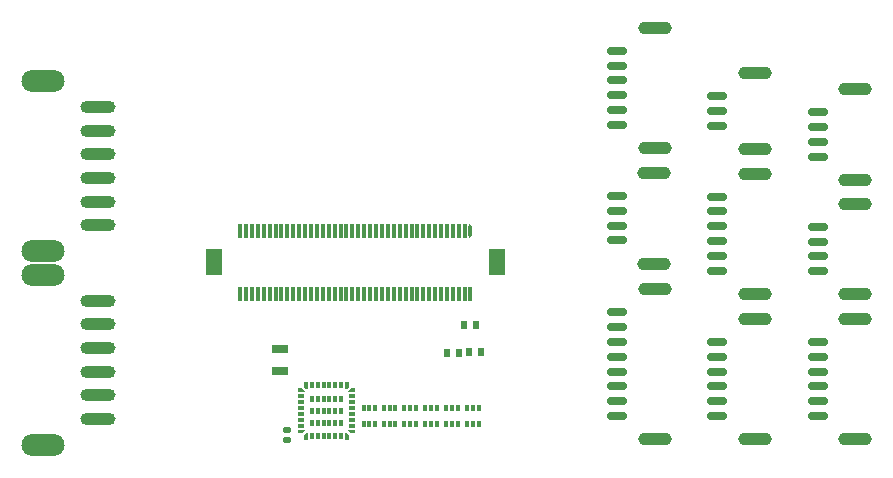
<source format=gtp>
G04 Layer_Color=8421504*
%FSLAX42Y42*%
%MOMM*%
G71*
G01*
G75*
%ADD87R,0.30X0.60*%
%ADD88R,0.60X0.30*%
%ADD89R,0.30X0.60*%
%ADD90R,0.00X0.00*%
%ADD91R,0.35X0.50*%
%ADD92R,0.30X1.17*%
%ADD93R,1.47X2.16*%
G04:AMPARAMS|DCode=94|XSize=0.3mm|YSize=1.17mm|CornerRadius=0.15mm|HoleSize=0mm|Usage=FLASHONLY|Rotation=0.000|XOffset=0mm|YOffset=0mm|HoleType=Round|Shape=RoundedRectangle|*
%AMROUNDEDRECTD94*
21,1,0.30,0.86,0,0,0.0*
21,1,0.00,1.17,0,0,0.0*
1,1,0.30,0.00,-0.43*
1,1,0.30,0.00,-0.43*
1,1,0.30,0.00,0.43*
1,1,0.30,0.00,0.43*
%
%ADD94ROUNDEDRECTD94*%
G04:AMPARAMS|DCode=95|XSize=2.87mm|YSize=1.07mm|CornerRadius=0.53mm|HoleSize=0mm|Usage=FLASHONLY|Rotation=180.000|XOffset=0mm|YOffset=0mm|HoleType=Round|Shape=RoundedRectangle|*
%AMROUNDEDRECTD95*
21,1,2.87,0.00,0,0,180.0*
21,1,1.80,1.07,0,0,180.0*
1,1,1.07,-0.90,0.00*
1,1,1.07,0.90,0.00*
1,1,1.07,0.90,0.00*
1,1,1.07,-0.90,0.00*
%
%ADD95ROUNDEDRECTD95*%
G04:AMPARAMS|DCode=96|XSize=0.66mm|YSize=1.75mm|CornerRadius=0.33mm|HoleSize=0mm|Usage=FLASHONLY|Rotation=90.000|XOffset=0mm|YOffset=0mm|HoleType=Round|Shape=RoundedRectangle|*
%AMROUNDEDRECTD96*
21,1,0.66,1.09,0,0,90.0*
21,1,0.00,1.75,0,0,90.0*
1,1,0.66,0.55,0.00*
1,1,0.66,0.55,0.00*
1,1,0.66,-0.55,0.00*
1,1,0.66,-0.55,0.00*
%
%ADD96ROUNDEDRECTD96*%
G04:AMPARAMS|DCode=97|XSize=1.07mm|YSize=2.97mm|CornerRadius=0.53mm|HoleSize=0mm|Usage=FLASHONLY|Rotation=270.000|XOffset=0mm|YOffset=0mm|HoleType=Round|Shape=RoundedRectangle|*
%AMROUNDEDRECTD97*
21,1,1.07,1.91,0,0,270.0*
21,1,0.00,2.97,0,0,270.0*
1,1,1.07,-0.95,0.00*
1,1,1.07,-0.95,0.00*
1,1,1.07,0.95,0.00*
1,1,1.07,0.95,0.00*
%
%ADD97ROUNDEDRECTD97*%
G04:AMPARAMS|DCode=98|XSize=3.66mm|YSize=1.85mm|CornerRadius=0.93mm|HoleSize=0mm|Usage=FLASHONLY|Rotation=0.000|XOffset=0mm|YOffset=0mm|HoleType=Round|Shape=RoundedRectangle|*
%AMROUNDEDRECTD98*
21,1,3.66,0.00,0,0,0.0*
21,1,1.80,1.85,0,0,0.0*
1,1,1.85,0.90,0.00*
1,1,1.85,-0.90,0.00*
1,1,1.85,-0.90,0.00*
1,1,1.85,0.90,0.00*
%
%ADD98ROUNDEDRECTD98*%
%ADD99R,1.37X0.76*%
%ADD100R,0.56X0.66*%
G04:AMPARAMS|DCode=101|XSize=0.56mm|YSize=0.66mm|CornerRadius=0.15mm|HoleSize=0mm|Usage=FLASHONLY|Rotation=270.000|XOffset=0mm|YOffset=0mm|HoleType=Round|Shape=RoundedRectangle|*
%AMROUNDEDRECTD101*
21,1,0.56,0.36,0,0,270.0*
21,1,0.25,0.66,0,0,270.0*
1,1,0.30,-0.18,-0.13*
1,1,0.30,-0.18,0.13*
1,1,0.30,0.18,0.13*
1,1,0.30,0.18,-0.13*
%
%ADD101ROUNDEDRECTD101*%
G36*
X5741Y2769D02*
Y2759D01*
X5721Y2739D01*
X5681D01*
Y2769D01*
X5741Y2769D01*
D02*
G37*
G36*
X6171Y2739D02*
X6131D01*
X6111Y2759D01*
Y2769D01*
X6171Y2769D01*
Y2739D01*
D02*
G37*
G36*
X5766Y2684D02*
X5736D01*
Y2724D01*
X5756Y2744D01*
X5766D01*
X5766Y2684D01*
D02*
G37*
G36*
X6116Y2724D02*
X6116Y2684D01*
X6086D01*
X6086Y2744D01*
X6096D01*
X6116Y2724D01*
D02*
G37*
G36*
X5766Y3114D02*
X5756D01*
X5736Y3134D01*
Y3174D01*
X5766D01*
X5766Y3114D01*
D02*
G37*
G36*
X6116Y3134D02*
X6096Y3114D01*
X6086D01*
X6086Y3174D01*
X6116D01*
Y3134D01*
D02*
G37*
G36*
X5741Y3099D02*
Y3089D01*
X5681Y3089D01*
Y3119D01*
X5721D01*
X5741Y3099D01*
D02*
G37*
G36*
X6171Y3089D02*
X6111Y3089D01*
Y3099D01*
X6131Y3119D01*
X6171D01*
Y3089D01*
D02*
G37*
D87*
X6051Y2929D02*
D03*
X6051Y3029D02*
D03*
X6051Y2829D02*
D03*
X6001Y2929D02*
D03*
Y2829D02*
D03*
X6001Y3029D02*
D03*
X5851Y2929D02*
D03*
Y3029D02*
D03*
X5851Y2829D02*
D03*
X5801Y2929D02*
D03*
X5801Y2829D02*
D03*
X5801Y3029D02*
D03*
X5901Y3029D02*
D03*
X5901Y2829D02*
D03*
X5901Y2929D02*
D03*
X5951Y2829D02*
D03*
X5951Y3029D02*
D03*
X5951Y2929D02*
D03*
D88*
X6141Y3054D02*
D03*
X6141Y3004D02*
D03*
X6141Y2954D02*
D03*
X6141Y2904D02*
D03*
X6141Y2854D02*
D03*
Y2804D02*
D03*
X5711Y3054D02*
D03*
X5711Y3004D02*
D03*
X5711Y2954D02*
D03*
X5711Y2904D02*
D03*
X5711Y2854D02*
D03*
Y2804D02*
D03*
D89*
X6051Y3144D02*
D03*
X6001Y3144D02*
D03*
X5951Y3144D02*
D03*
X5901Y3144D02*
D03*
X5851Y3144D02*
D03*
X5801D02*
D03*
X5801Y2714D02*
D03*
X5851D02*
D03*
X5901D02*
D03*
X5951Y2714D02*
D03*
X6001Y2714D02*
D03*
X6051D02*
D03*
D90*
X5926Y2929D02*
D03*
D91*
X6340Y2950D02*
D03*
X6290D02*
D03*
X6240D02*
D03*
X6340Y2815D02*
D03*
X6290D02*
D03*
X6240D02*
D03*
X7040Y2950D02*
D03*
X6990D02*
D03*
X6940D02*
D03*
X7040Y2815D02*
D03*
X6990D02*
D03*
X6940D02*
D03*
X6860Y2950D02*
D03*
X6810D02*
D03*
X6760D02*
D03*
X6860Y2815D02*
D03*
X6810D02*
D03*
X6760D02*
D03*
X7220Y2950D02*
D03*
X7170D02*
D03*
X7120D02*
D03*
X7220Y2815D02*
D03*
X7170D02*
D03*
X7120D02*
D03*
X6680Y2950D02*
D03*
X6630D02*
D03*
X6580D02*
D03*
X6680Y2815D02*
D03*
X6630D02*
D03*
X6580D02*
D03*
X6510Y2950D02*
D03*
X6460D02*
D03*
X6410D02*
D03*
X6510Y2815D02*
D03*
X6460D02*
D03*
X6410D02*
D03*
D92*
X5195Y3921D02*
D03*
Y4453D02*
D03*
X5245Y3921D02*
D03*
Y4453D02*
D03*
X5295Y3921D02*
D03*
Y4453D02*
D03*
X5345Y3921D02*
D03*
Y4453D02*
D03*
X5395Y3921D02*
D03*
Y4453D02*
D03*
X5445Y3921D02*
D03*
Y4453D02*
D03*
X5495Y3921D02*
D03*
Y4453D02*
D03*
X5545Y3921D02*
D03*
Y4453D02*
D03*
X5595Y3921D02*
D03*
Y4453D02*
D03*
X5645Y3921D02*
D03*
Y4453D02*
D03*
X5695Y3921D02*
D03*
X5745D02*
D03*
X5795D02*
D03*
X5845D02*
D03*
X5895D02*
D03*
X5945D02*
D03*
X5995D02*
D03*
X6045D02*
D03*
X6095D02*
D03*
X6145D02*
D03*
X6195D02*
D03*
X6246D02*
D03*
X6297D02*
D03*
X6345D02*
D03*
X6396D02*
D03*
X6447D02*
D03*
X6495D02*
D03*
X6546D02*
D03*
X6596D02*
D03*
X6647D02*
D03*
X6695D02*
D03*
X6746D02*
D03*
X6797D02*
D03*
X6845D02*
D03*
X6896D02*
D03*
X6947D02*
D03*
X6995D02*
D03*
X7046D02*
D03*
X7097D02*
D03*
X7145D02*
D03*
X5695Y4453D02*
D03*
X5745D02*
D03*
X5795D02*
D03*
X5845D02*
D03*
X5895D02*
D03*
X5945D02*
D03*
X5995D02*
D03*
X6045D02*
D03*
X6095D02*
D03*
X6145D02*
D03*
X6195D02*
D03*
X6246D02*
D03*
X6297D02*
D03*
X6345D02*
D03*
X6396D02*
D03*
X6447D02*
D03*
X6495D02*
D03*
X6546D02*
D03*
X6596D02*
D03*
X6647D02*
D03*
X6695D02*
D03*
X6746D02*
D03*
X6797D02*
D03*
X6845D02*
D03*
X6896D02*
D03*
X6947D02*
D03*
X6995D02*
D03*
X7046D02*
D03*
X7097D02*
D03*
D93*
X7371Y4186D02*
D03*
X4970D02*
D03*
D94*
X7145Y4453D02*
D03*
D95*
X8705Y2690D02*
D03*
Y3958D02*
D03*
Y5156D02*
D03*
Y6172D02*
D03*
X10400Y4683D02*
D03*
Y3916D02*
D03*
X9550Y5147D02*
D03*
Y5787D02*
D03*
X8700Y4942D02*
D03*
Y4176D02*
D03*
X10400Y5652D02*
D03*
Y4886D02*
D03*
X9550Y3922D02*
D03*
Y4938D02*
D03*
X10400Y2692D02*
D03*
Y3708D02*
D03*
X9550Y2692D02*
D03*
Y3708D02*
D03*
D96*
X8390Y2886D02*
D03*
Y3010D02*
D03*
Y3137D02*
D03*
Y3262D02*
D03*
Y3388D02*
D03*
Y3512D02*
D03*
Y3638D02*
D03*
Y3762D02*
D03*
Y5349D02*
D03*
Y5476D02*
D03*
Y5601D02*
D03*
Y5727D02*
D03*
Y5852D02*
D03*
Y5977D02*
D03*
X10085Y4488D02*
D03*
Y4362D02*
D03*
Y4237D02*
D03*
Y4112D02*
D03*
X9235Y5340D02*
D03*
Y5467D02*
D03*
Y5592D02*
D03*
X8385Y4747D02*
D03*
Y4622D02*
D03*
Y4497D02*
D03*
Y4372D02*
D03*
X10085Y5457D02*
D03*
Y5332D02*
D03*
Y5206D02*
D03*
Y5081D02*
D03*
X9235Y4115D02*
D03*
Y4242D02*
D03*
Y4367D02*
D03*
Y4492D02*
D03*
Y4617D02*
D03*
Y4742D02*
D03*
X10085Y2885D02*
D03*
Y3012D02*
D03*
Y3136D02*
D03*
Y3262D02*
D03*
Y3388D02*
D03*
Y3512D02*
D03*
X9235Y2885D02*
D03*
Y3012D02*
D03*
Y3136D02*
D03*
Y3262D02*
D03*
Y3388D02*
D03*
Y3512D02*
D03*
D97*
X3990Y2860D02*
D03*
Y3060D02*
D03*
Y3260D02*
D03*
Y3462D02*
D03*
Y3662D02*
D03*
Y3860D02*
D03*
Y4500D02*
D03*
Y4700D02*
D03*
Y4900D02*
D03*
Y5102D02*
D03*
Y5302D02*
D03*
Y5500D02*
D03*
D98*
X3525Y2640D02*
D03*
Y4081D02*
D03*
Y4280D02*
D03*
Y5721D02*
D03*
D99*
X5530Y3454D02*
D03*
Y3263D02*
D03*
D100*
X7050Y3420D02*
D03*
X6949D02*
D03*
X7195Y3660D02*
D03*
X7094D02*
D03*
X7233Y3424D02*
D03*
X7132D02*
D03*
D101*
X5593Y2685D02*
D03*
Y2765D02*
D03*
M02*

</source>
